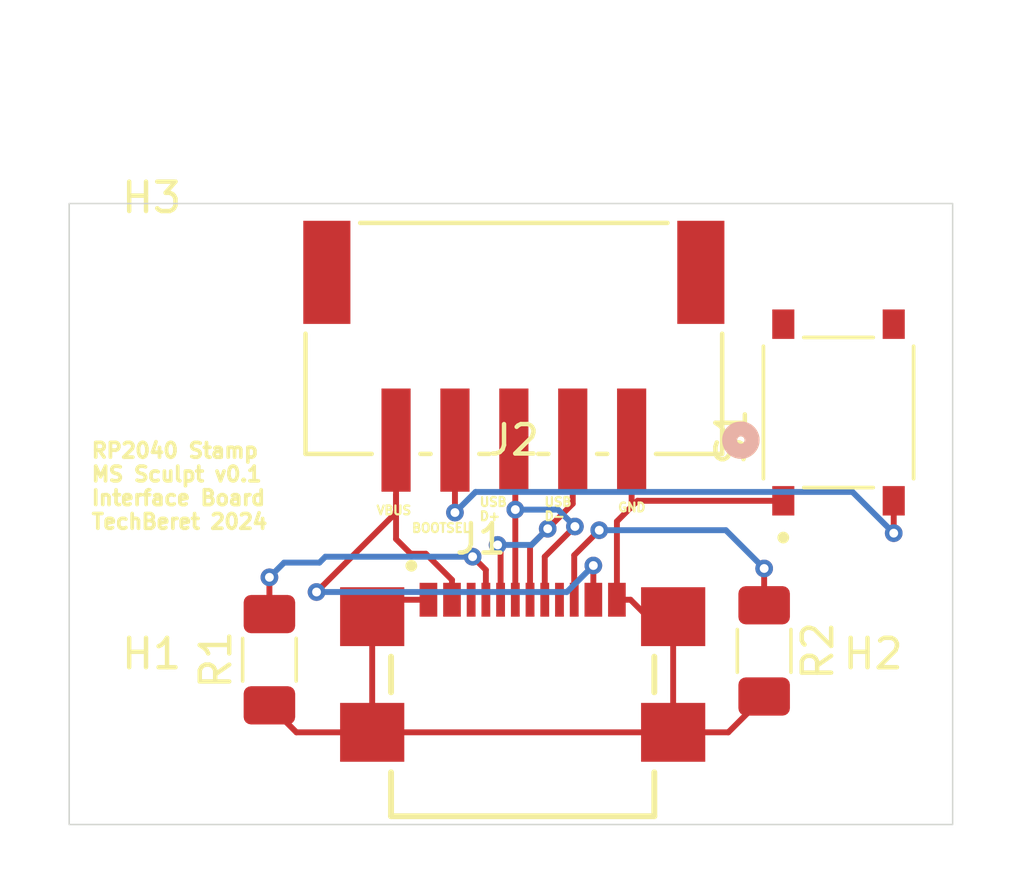
<source format=kicad_pcb>
(kicad_pcb (version 20240108) (generator "pcbnew") (generator_version "8.0")
  (layers (0 "F.Cu" signal) (31 "B.Cu" signal) (34 "B.Paste" user) (35 "F.Paste" user) (36 "B.SilkS" user "B.Silkscreen") (37 "F.SilkS" user "F.Silkscreen") (38 "B.Mask" user) (39 "F.Mask" user) (44 "Edge.Cuts" user))
  (net 0 "")
  (net 1 "VBUS")
  (net 2 "USB_D+")
  (net 3 "GND")
  (net 4 "USB_D-")
  (net 5 "Net-(J1-CC1)")
  (net 6 "Net-(J1-CC2)")
  (net 9 "BOOTSEL")
  (footprint "connector:S5B_PH_SM4_TB" (layer "F.Cu") (at 109.4 68.782701)
    (property "Reference" "J2" (at 0 3.4557 0) (layer "F.SilkS"))
    (property "Value" "S5B-PH-SM4-TB")
    (fp_circle (center 7.7089 3.4557) (end 8.0899 3.4557) (stroke (width 0.508)) (fill none) (layer "B.SilkS"))
    (fp_line (start -7.0739 -0.158961) (end -7.0739 3.9243) (stroke (width 0.1524)) (layer "F.SilkS"))
    (fp_line (start -7.0739 3.9243) (end -4.82804 3.9243) (stroke (width 0.1524)) (layer "F.SilkS"))
    (fp_line (start -3.17196 3.9243) (end -2.828041 3.9243) (stroke (width 0.1524)) (layer "F.SilkS"))
    (fp_line (start -1.171961 3.9243) (end -0.82804 3.9243) (stroke (width 0.1524)) (layer "F.SilkS"))
    (fp_line (start 0.82804 3.9243) (end 1.171961 3.9243) (stroke (width 0.1524)) (layer "F.SilkS"))
    (fp_line (start 2.828041 3.9243) (end 3.17196 3.9243) (stroke (width 0.1524)) (layer "F.SilkS"))
    (fp_line (start 4.82804 3.9243) (end 7.0739 3.9243) (stroke (width 0.1524)) (layer "F.SilkS"))
    (fp_line (start 5.21716 -3.9243) (end -5.21716 -3.9243) (stroke (width 0.1524)) (layer "F.SilkS"))
    (fp_line (start 7.0739 3.9243) (end 7.0739 -0.158961) (stroke (width 0.1524)) (layer "F.SilkS"))
    (fp_circle (center 7.7089 3.4557) (end 8.0899 3.4557) (stroke (width 0.508)) (fill none) (layer "F.SilkS"))
    (pad "1" smd rect (at 4 3.4557) (size 0.9906 3.5052) (layers "F.Cu" "F.Paste" "F.Mask") (net 3 "GND"))
    (pad "2" smd rect (at 2.000001 3.4557) (size 0.9906 3.5052) (layers "F.Cu" "F.Paste" "F.Mask") (net 4 "USB_D-"))
    (pad "3" smd rect (at 0 3.4557) (size 0.9906 3.5052) (layers "F.Cu" "F.Paste" "F.Mask") (net 2 "USB_D+"))
    (pad "4" smd rect (at -2.000001 3.4557) (size 0.9906 3.5052) (layers "F.Cu" "F.Paste" "F.Mask") (net 9 "BOOTSEL"))
    (pad "5" smd rect (at -4 3.4557) (size 0.9906 3.5052) (layers "F.Cu" "F.Paste" "F.Mask") (net 1 "VBUS"))
    (pad "6" smd rect (at -6.35 -2.244301) (size 1.6002 3.5052) (layers "F.Cu" "F.Paste" "F.Mask"))
    (pad "7" smd rect (at 6.35 -2.244301) (size 1.6002 3.5052) (layers "F.Cu" "F.Paste" "F.Mask"))
  )
  (footprint "connector:USB4110_GF_A" (layer "F.Cu") (at 109.7 78.7375)
    (property "Reference" "J1" (at -1.425 -3.135 0) (layer "F.SilkS"))
    (property "Value" "USB4110GFA")
    (fp_line (start -4.47 0.86) (end -4.47 2.07) (stroke (width 0.2)) (layer "F.SilkS"))
    (fp_line (start -4.47 4.79) (end -4.47 6.28) (stroke (width 0.2)) (layer "F.SilkS"))
    (fp_line (start -4.47 6.28) (end 4.47 6.28) (stroke (width 0.2)) (layer "F.SilkS"))
    (fp_line (start 4.47 0.86) (end 4.47 2.07) (stroke (width 0.2)) (layer "F.SilkS"))
    (fp_line (start 4.47 6.28) (end 4.47 4.79) (stroke (width 0.2)) (layer "F.SilkS"))
    (fp_circle (center -3.78 -2.23) (end -3.68 -2.23) (stroke (width 0.2)) (fill none) (layer "F.SilkS"))
    (pad "" np_thru_hole circle (at -2.89 0) (size 0.65 0.65) (drill 0.65) (layers "*.Cu" "*.Mask"))
    (pad "" np_thru_hole circle (at 2.89 0) (size 0.65 0.65) (drill 0.65) (layers "*.Cu" "*.Mask"))
    (pad "A1/B12" smd rect (at -3.2 -1.075) (size 0.6 1.15) (layers "F.Cu" "F.Paste" "F.Mask") (net 3 "GND"))
    (pad "A4/B9" smd rect (at -2.4 -1.075) (size 0.6 1.15) (layers "F.Cu" "F.Paste" "F.Mask") (net 1 "VBUS"))
    (pad "A5" smd rect (at -1.25 -1.075) (size 0.3 1.15) (layers "F.Cu" "F.Paste" "F.Mask") (net 5 "Net-(J1-CC1)"))
    (pad "A6" smd rect (at -0.25 -1.075) (size 0.3 1.15) (layers "F.Cu" "F.Paste" "F.Mask") (net 2 "USB_D+"))
    (pad "A7" smd rect (at 0.25 -1.075) (size 0.3 1.15) (layers "F.Cu" "F.Paste" "F.Mask") (net 4 "USB_D-"))
    (pad "A8" smd rect (at 1.25 -1.075) (size 0.3 1.15) (layers "F.Cu" "F.Paste" "F.Mask"))
    (pad "B1/A12" smd rect (at 3.2 -1.075) (size 0.6 1.15) (layers "F.Cu" "F.Paste" "F.Mask") (net 3 "GND"))
    (pad "B4/A9" smd rect (at 2.4 -1.075) (size 0.6 1.15) (layers "F.Cu" "F.Paste" "F.Mask") (net 1 "VBUS"))
    (pad "B5" smd rect (at 1.75 -1.075) (size 0.3 1.15) (layers "F.Cu" "F.Paste" "F.Mask") (net 6 "Net-(J1-CC2)"))
    (pad "B6" smd rect (at 0.75 -1.075) (size 0.3 1.15) (layers "F.Cu" "F.Paste" "F.Mask") (net 2 "USB_D+"))
    (pad "B7" smd rect (at -0.75 -1.075) (size 0.3 1.15) (layers "F.Cu" "F.Paste" "F.Mask") (net 4 "USB_D-"))
    (pad "B8" smd rect (at -1.75 -1.075) (size 0.3 1.15) (layers "F.Cu" "F.Paste" "F.Mask"))
    (pad "S1" smd rect (at -5.11 -0.5) (size 2.18 2) (layers "F.Cu" "F.Paste" "F.Mask") (net 3 "GND"))
    (pad "S2" smd rect (at 5.11 -0.5) (size 2.18 2) (layers "F.Cu" "F.Paste" "F.Mask") (net 3 "GND"))
    (pad "S3" smd rect (at -5.11 3.43) (size 2.18 2) (layers "F.Cu" "F.Paste" "F.Mask") (net 3 "GND"))
    (pad "S4" smd rect (at 5.11 3.43) (size 2.18 2) (layers "F.Cu" "F.Paste" "F.Mask") (net 3 "GND"))
  )
  (footprint "MountingHole:MountingHole_2.2mm_M2" (layer "F.Cu") (at 121.6 82.7)
    (property "Reference" "H2" (at 0 -3.2 0) (layer "F.SilkS"))
    (property "Value" "MountingHole")
    (pad "" np_thru_hole circle (at 0 0) (size 2.2 2.2) (drill 2.2) (layers "*.Cu" "*.Mask"))
  )
  (footprint "Resistor_SMD:R_1206_3216Metric_Pad1.30x1.75mm_HandSolder" (layer "F.Cu") (at 117.9 79.4 -90)
    (property "Reference" "R2" (at 0 -1.82 90) (layer "F.SilkS"))
    (property "Value" "5.1K")
    (fp_line (start -0.727064 0.91) (end 0.727064 0.91) (stroke (width 0.12)) (layer "F.SilkS"))
    (fp_line (start -0.727064 -0.91) (end 0.727064 -0.91) (stroke (width 0.12)) (layer "F.SilkS"))
    (pad "1" smd roundrect (at -1.55 0 270) (size 1.3 1.75) (layers "F.Cu" "F.Paste" "F.Mask") (roundrect_rratio 0.192308) (net 6 "Net-(J1-CC2)"))
    (pad "2" smd roundrect (at 1.55 0 270) (size 1.3 1.75) (layers "F.Cu" "F.Paste" "F.Mask") (roundrect_rratio 0.192308) (net 3 "GND"))
  )
  (footprint "button:TS_1187A_B_A_B" (layer "F.Cu") (at 120.425 71.3 90)
    (property "Reference" "S1" (at -0.825 -3.635 270) (layer "F.SilkS"))
    (property "Value" "TS-1187A-B-A-B")
    (fp_line (start 2.25 -2.55) (end -2.25 -2.55) (stroke (width 0.127)) (layer "F.SilkS"))
    (fp_line (start -2.55 -1.18) (end -2.55 1.18) (stroke (width 0.127)) (layer "F.SilkS"))
    (fp_line (start 2.55 1.18) (end 2.55 -1.18) (stroke (width 0.127)) (layer "F.SilkS"))
    (fp_line (start 2.25 2.55) (end -2.25 2.55) (stroke (width 0.127)) (layer "F.SilkS"))
    (fp_circle (center -4.25 -1.875) (end -4.15 -1.875) (stroke (width 0.2)) (fill none) (layer "F.SilkS"))
    (pad "A" smd rect (at -3 -1.875 90) (size 1 0.75) (layers "F.Cu" "F.Paste" "F.Mask") (net 3 "GND"))
    (pad "B" smd rect (at 3 -1.875 90) (size 1 0.75) (layers "F.Cu" "F.Paste" "F.Mask") (net 3 "GND"))
    (pad "C" smd rect (at -3 1.875 90) (size 1 0.75) (layers "F.Cu" "F.Paste" "F.Mask") (net 9 "BOOTSEL"))
    (pad "D" smd rect (at 3 1.875 90) (size 1 0.75) (layers "F.Cu" "F.Paste" "F.Mask") (net 9 "BOOTSEL"))
  )
  (footprint "MountingHole:MountingHole_2.2mm_M2" (layer "F.Cu") (at 97.1 67.2)
    (property "Reference" "H3" (at 0 -3.2 0) (layer "F.SilkS"))
    (property "Value" "MountingHole")
    (pad "" np_thru_hole circle (at 0 0) (size 2.2 2.2) (drill 2.2) (layers "*.Cu" "*.Mask"))
  )
  (footprint "MountingHole:MountingHole_2.2mm_M2" (layer "F.Cu") (at 97.1 82.7)
    (property "Reference" "H1" (at 0 -3.2 0) (layer "F.SilkS"))
    (property "Value" "MountingHole")
    (pad "" np_thru_hole circle (at 0 0) (size 2.2 2.2) (drill 2.2) (layers "*.Cu" "*.Mask"))
  )
  (footprint "Resistor_SMD:R_1206_3216Metric_Pad1.30x1.75mm_HandSolder" (layer "F.Cu") (at 101.1 79.7 90)
    (property "Reference" "R1" (at 0 -1.82 -90) (layer "F.SilkS"))
    (property "Value" "5.1K")
    (fp_line (start -0.727064 -0.91) (end 0.727064 -0.91) (stroke (width 0.12)) (layer "F.SilkS"))
    (fp_line (start -0.727064 0.91) (end 0.727064 0.91) (stroke (width 0.12)) (layer "F.SilkS"))
    (pad "1" smd roundrect (at -1.55 0 90) (size 1.3 1.75) (layers "F.Cu" "F.Paste" "F.Mask") (roundrect_rratio 0.192308) (net 3 "GND"))
    (pad "2" smd roundrect (at 1.55 0 90) (size 1.3 1.75) (layers "F.Cu" "F.Paste" "F.Mask") (roundrect_rratio 0.192308) (net 5 "Net-(J1-CC1)"))
  )
  (gr_rect (start 94.3 64.2) (end 124.3 85.3) (stroke (width 0.05)) (fill none) (layer "Edge.Cuts"))
  (gr_text "USB\nD+" (at 108.2 75 0) (layer "F.SilkS") (effects (font (size 0.3 0.3) (thickness 0.075) (bold yes)) (justify left bottom)))
  (gr_text "GND" (at 112.9 74.7 0) (layer "F.SilkS") (effects (font (size 0.3 0.3) (thickness 0.075) (bold yes)) (justify left bottom)))
  (gr_text "VBUS" (at 104.7 74.8 0) (layer "F.SilkS") (effects (font (size 0.3 0.3) (thickness 0.075) (bold yes)) (justify left bottom)))
  (gr_text "USB\nD-" (at 110.4 75 0) (layer "F.SilkS") (effects (font (size 0.3 0.3) (thickness 0.075) (bold yes)) (justify left bottom)))
  (gr_text "RP2040 Stamp\nMS Sculpt v0.1\nInterface Board\nTechBeret 2024" (at 95 75.3 0) (layer "F.SilkS") (effects (font (size 0.5 0.5) (thickness 0.125)) (justify left bottom)))
  (gr_text "BOOTSEL\n" (at 105.9 75.4 0) (layer "F.SilkS") (effects (font (size 0.3 0.3) (thickness 0.075) (bold yes)) (justify left bottom)))
  (segment (start 105.4 72.238401) (end 105.4 74.1) (width 0.2) (layer "F.Cu") (net 1))
  (segment (start 106.4125 76.1) (end 107.3 76.9875) (width 0.2) (layer "F.Cu") (net 1))
  (segment (start 107.3 76.9875) (end 107.3 77.6625) (width 0.2) (layer "F.Cu") (net 1))
  (segment (start 105.4 74.7) (end 105.4 74.1) (width 0.2) (layer "F.Cu") (net 1))
  (segment (start 102.7 77.4) (end 105.4 74.7) (width 0.2) (layer "F.Cu") (net 1))
  (segment (start 112.1 77.6625) (end 112.1 76.5) (width 0.2) (layer "F.Cu") (net 1))
  (segment (start 105.9 76.1) (end 106.4125 76.1) (width 0.2) (layer "F.Cu") (net 1))
  (segment (start 105.4 75.6) (end 105.9 76.1) (width 0.2) (layer "F.Cu") (net 1))
  (segment (start 105.4 74.1) (end 105.4 75.6) (width 0.2) (layer "F.Cu") (net 1))
  (via (at 102.7 77.4) (size 0.6) (drill 0.3) (layers "F.Cu" "B.Cu") (net 1))
  (via (at 112.1 76.5) (size 0.6) (drill 0.3) (layers "F.Cu" "B.Cu") (net 1))
  (segment (start 111.2 77.4) (end 102.7 77.4) (width 0.2) (layer "B.Cu") (net 1))
  (segment (start 112.1 76.5) (end 111.2 77.4) (width 0.2) (layer "B.Cu") (net 1))
  (segment (start 109.45 74.6) (end 109.45 72.288401) (width 0.2) (layer "F.Cu") (net 2))
  (segment (start 109.45 77.6625) (end 109.45 74.6) (width 0.2) (layer "F.Cu") (net 2))
  (segment (start 110.45 77.6625) (end 110.45 76.19853) (width 0.2) (layer "F.Cu") (net 2))
  (segment (start 110.45 76.19853) (end 111.474265 75.174265) (width 0.2) (layer "F.Cu") (net 2))
  (via (at 111.474265 75.174265) (size 0.6) (drill 0.3) (layers "F.Cu" "B.Cu") (net 2))
  (via (at 109.45 74.6) (size 0.6) (drill 0.3) (layers "F.Cu" "B.Cu") (net 2))
  (segment (start 111.474265 75.174265) (end 110.9 74.6) (width 0.2) (layer "B.Cu") (net 2))
  (segment (start 110.9 74.6) (end 109.45 74.6) (width 0.2) (layer "B.Cu") (net 2))
  (segment (start 116.6825 82.1675) (end 117.9 80.95) (width 0.2) (layer "F.Cu") (net 3))
  (segment (start 113.6 74.3) (end 113.35 74.55) (width 0.2) (layer "F.Cu") (net 3))
  (segment (start 118.55 74.3) (end 113.6 74.3) (width 0.2) (layer "F.Cu") (net 3))
  (segment (start 112.9 77.6625) (end 113.3625 77.6625) (width 0.2) (layer "F.Cu") (net 3))
  (segment (start 113.3625 77.6625) (end 113.9375 78.2375) (width 0.2) (layer "F.Cu") (net 3))
  (segment (start 114.81 82.1675) (end 116.6825 82.1675) (width 0.2) (layer "F.Cu") (net 3))
  (segment (start 104.59 82.1675) (end 102.0175 82.1675) (width 0.2) (layer "F.Cu") (net 3))
  (segment (start 114.81 82.1675) (end 114.81 78.2375) (width 0.2) (layer "F.Cu") (net 3))
  (segment (start 102.0175 82.1675) (end 101.1 81.25) (width 0.2) (layer "F.Cu") (net 3))
  (segment (start 112.9 75) (end 113.35 74.55) (width 0.2) (layer "F.Cu") (net 3))
  (segment (start 104.59 78.2375) (end 104.59 82.1675) (width 0.2) (layer "F.Cu") (net 3))
  (segment (start 112.9 75) (end 112.9 77.6625) (width 0.2) (layer "F.Cu") (net 3))
  (segment (start 114.81 82.1675) (end 104.59 82.1675) (width 0.2) (layer "F.Cu") (net 3))
  (segment (start 113.4 72.238401) (end 113.4 74.5) (width 0.2) (layer "F.Cu") (net 3))
  (segment (start 113.35 74.55) (end 113.4 74.5) (width 0.2) (layer "F.Cu") (net 3))
  (segment (start 106.5 77.6625) (end 105.165 77.6625) (width 0.2) (layer "F.Cu") (net 3))
  (segment (start 110.55 75.25) (end 111.400001 74.399999) (width 0.2) (layer "F.Cu") (net 4))
  (segment (start 108.95 77.6625) (end 108.95 75.9) (width 0.2) (layer "F.Cu") (net 4))
  (segment (start 109.95 77.6625) (end 109.95 75.85) (width 0.2) (layer "F.Cu") (net 4))
  (segment (start 111.400001 74.399999) (end 111.400001 72.238401) (width 0.2) (layer "F.Cu") (net 4))
  (segment (start 109.95 75.85) (end 110.55 75.25) (width 0.2) (layer "F.Cu") (net 4))
  (segment (start 108.95 75.9) (end 108.85 75.8) (width 0.2) (layer "F.Cu") (net 4))
  (via (at 110.55 75.25) (size 0.6) (drill 0.3) (layers "F.Cu" "B.Cu") (net 4))
  (via (at 108.85 75.8) (size 0.6) (drill 0.3) (layers "F.Cu" "B.Cu") (net 4))
  (segment (start 110 75.8) (end 110.55 75.25) (width 0.2) (layer "B.Cu") (net 4))
  (segment (start 108.85 75.8) (end 110 75.8) (width 0.2) (layer "B.Cu") (net 4))
  (segment (start 101.1 76.9) (end 101.1 78.15) (width 0.2) (layer "F.Cu") (net 5))
  (segment (start 108.45 77.6625) (end 108.45 76.65) (width 0.2) (layer "F.Cu") (net 5))
  (segment (start 108.45 76.65) (end 108 76.2) (width 0.2) (layer "F.Cu") (net 5))
  (via (at 101.1 76.9) (size 0.6) (drill 0.3) (layers "F.Cu" "B.Cu") (net 5))
  (via (at 108 76.2) (size 0.6) (drill 0.3) (layers "F.Cu" "B.Cu") (net 5))
  (segment (start 103 76.2) (end 102.8 76.4) (width 0.2) (layer "B.Cu") (net 5))
  (segment (start 101.6 76.4) (end 101.1 76.9) (width 0.2) (layer "B.Cu") (net 5))
  (segment (start 102.8 76.4) (end 101.6 76.4) (width 0.2) (layer "B.Cu") (net 5))
  (segment (start 108 76.2) (end 103 76.2) (width 0.2) (layer "B.Cu") (net 5))
  (segment (start 112.3 75.3) (end 111.45 76.15) (width 0.2) (layer "F.Cu") (net 6))
  (segment (start 117.9 77.85) (end 117.9 76.6) (width 0.2) (layer "F.Cu") (net 6))
  (segment (start 111.45 76.15) (end 111.45 77.6625) (width 0.2) (layer "F.Cu") (net 6))
  (via (at 112.3 75.3) (size 0.6) (drill 0.3) (layers "F.Cu" "B.Cu") (net 6))
  (via (at 117.9 76.6) (size 0.6) (drill 0.3) (layers "F.Cu" "B.Cu") (net 6))
  (segment (start 116.6 75.3) (end 117.9 76.6) (width 0.2) (layer "B.Cu") (net 6))
  (segment (start 112.3 75.3) (end 116.6 75.3) (width 0.2) (layer "B.Cu") (net 6))
  (segment (start 107.4 74.7) (end 107.399999 74.699999) (width 0.2) (layer "F.Cu") (net 9))
  (segment (start 122.3 74.3) (end 122.3 75.4) (width 0.2) (layer "F.Cu") (net 9))
  (segment (start 107.399999 74.699999) (end 107.399999 72.238401) (width 0.2) (layer "F.Cu") (net 9))
  (via (at 107.4 74.7) (size 0.6) (drill 0.3) (layers "F.Cu" "B.Cu") (net 9))
  (via (at 122.3 75.4) (size 0.6) (drill 0.3) (layers "F.Cu" "B.Cu") (net 9))
  (segment (start 108.1 74) (end 107.4 74.7) (width 0.2) (layer "B.Cu") (net 9))
  (segment (start 120.9 74) (end 108.1 74) (width 0.2) (layer "B.Cu") (net 9))
  (segment (start 122.3 75.4) (end 120.9 74) (width 0.2) (layer "B.Cu") (net 9))
)
</source>
